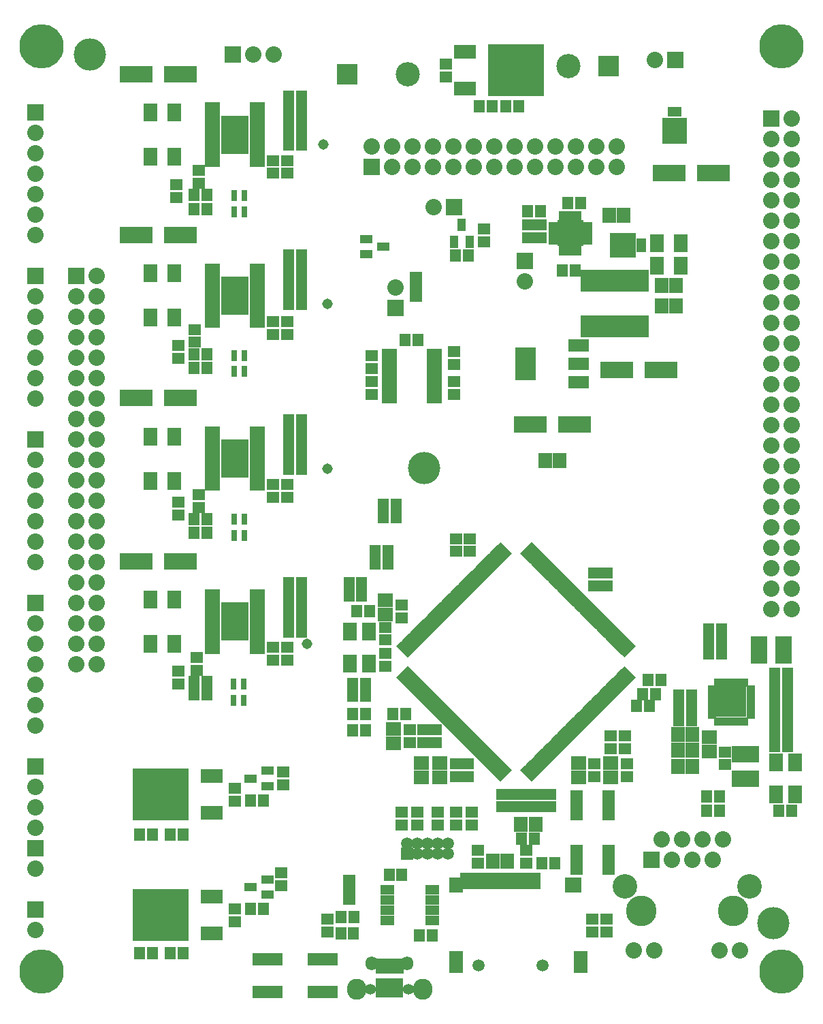
<source format=gts>
G04 (created by PCBNEW (2013-05-18 BZR 4017)-stable) date Fri 12 Dec 2014 16:28:56 GMT*
%MOIN*%
G04 Gerber Fmt 3.4, Leading zero omitted, Abs format*
%FSLAX34Y34*%
G01*
G70*
G90*
G04 APERTURE LIST*
%ADD10C,0.00590551*%
%ADD11C,0.2169*%
%ADD12R,0.08X0.08*%
%ADD13C,0.08*%
%ADD14R,0.0779X0.0365*%
%ADD15R,0.1381X0.1901*%
%ADD16R,0.0594X0.146*%
%ADD17R,0.146X0.0594*%
%ADD18R,0.0594X0.0436*%
%ADD19R,0.0436X0.0594*%
%ADD20R,0.1X0.164*%
%ADD21R,0.1X0.06*%
%ADD22R,0.1617X0.083*%
%ADD23R,0.0574X0.0594*%
%ADD24R,0.0594X0.0574*%
%ADD25R,0.0653X0.0909*%
%ADD26R,0.0653X0.0771*%
%ADD27R,0.0771X0.0653*%
%ADD28R,0.1106X0.0712*%
%ADD29R,0.2759X0.2523*%
%ADD30R,0.0987X0.0987*%
%ADD31C,0.1184*%
%ADD32R,0.1342X0.0791*%
%ADD33R,0.0791X0.1342*%
%ADD34R,0.0594X0.0594*%
%ADD35C,0.0594*%
%ADD36R,0.0633X0.0987*%
%ADD37R,0.0633X0.0515*%
%ADD38R,0.0672X0.1066*%
%ADD39R,0.0672X0.0751*%
%ADD40R,0.083X0.0751*%
%ADD41R,0.0476X0.083*%
%ADD42R,0.07X0.045*%
%ADD43R,0.0298X0.0436*%
%ADD44R,0.0436X0.0298*%
%ADD45R,0.1499X0.1499*%
%ADD46R,0.1263X0.1263*%
%ADD47R,0.0338X0.0574*%
%ADD48R,0.0574X0.0338*%
%ADD49R,0.12X0.1251*%
%ADD50R,0.07X0.05*%
%ADD51R,0.1251X0.12*%
%ADD52R,0.05X0.07*%
%ADD53R,0.335X0.1066*%
%ADD54R,0.1342X0.0948*%
%ADD55O,0.0594X0.0692*%
%ADD56R,0.0357X0.0731*%
%ADD57O,0.0948X0.1027*%
%ADD58C,0.0535*%
%ADD59C,0.1499*%
%ADD60C,0.12*%
%ADD61R,0.0672X0.0909*%
%ADD62C,0.0515*%
%ADD63C,0.1576*%
%ADD64R,0.029X0.054*%
G04 APERTURE END LIST*
G54D10*
G54D11*
X37795Y46850D03*
G54D12*
X10935Y46430D03*
G54D13*
X11935Y46430D03*
X12935Y46430D03*
G54D14*
X12124Y34515D03*
X12124Y34771D03*
X12124Y35027D03*
X12124Y35283D03*
X9922Y33751D03*
X12124Y33747D03*
X12124Y34003D03*
X12124Y34259D03*
X9920Y35539D03*
X9920Y35283D03*
X9920Y35027D03*
X9920Y34771D03*
X9920Y34515D03*
X9920Y34259D03*
X12124Y35539D03*
X9922Y34003D03*
X12124Y33491D03*
X12124Y35795D03*
X9920Y35795D03*
X9920Y33491D03*
X12124Y33236D03*
X12124Y36050D03*
X9920Y36050D03*
X9920Y33236D03*
G54D15*
X11022Y34643D03*
G54D14*
X12123Y26542D03*
X12123Y26798D03*
X12123Y27054D03*
X12123Y27310D03*
X9921Y25778D03*
X12123Y25774D03*
X12123Y26030D03*
X12123Y26286D03*
X9919Y27566D03*
X9919Y27310D03*
X9919Y27054D03*
X9919Y26798D03*
X9919Y26542D03*
X9919Y26286D03*
X12123Y27566D03*
X9921Y26030D03*
X12123Y25518D03*
X12123Y27822D03*
X9919Y27822D03*
X9919Y25518D03*
X12123Y25263D03*
X12123Y28077D03*
X9919Y28077D03*
X9919Y25263D03*
G54D15*
X11021Y26670D03*
G54D14*
X12123Y18571D03*
X12123Y18827D03*
X12123Y19083D03*
X12123Y19339D03*
X9921Y17807D03*
X12123Y17803D03*
X12123Y18059D03*
X12123Y18315D03*
X9919Y19595D03*
X9919Y19339D03*
X9919Y19083D03*
X9919Y18827D03*
X9919Y18571D03*
X9919Y18315D03*
X12123Y19595D03*
X9921Y18059D03*
X12123Y17547D03*
X12123Y19851D03*
X9919Y19851D03*
X9919Y17547D03*
X12123Y17292D03*
X12123Y20106D03*
X9919Y20106D03*
X9919Y17292D03*
G54D15*
X11021Y18699D03*
G54D14*
X12125Y42391D03*
X12125Y42647D03*
X12125Y42903D03*
X12125Y43159D03*
X9923Y41627D03*
X12125Y41623D03*
X12125Y41879D03*
X12125Y42135D03*
X9921Y43415D03*
X9921Y43159D03*
X9921Y42903D03*
X9921Y42647D03*
X9921Y42391D03*
X9921Y42135D03*
X12125Y43415D03*
X9923Y41879D03*
X12125Y41367D03*
X12125Y43671D03*
X9921Y43671D03*
X9921Y41367D03*
X12125Y41112D03*
X12125Y43926D03*
X9921Y43926D03*
X9921Y41112D03*
G54D15*
X11023Y42519D03*
G54D14*
X18583Y30837D03*
X18583Y30581D03*
X18583Y30325D03*
X18583Y30069D03*
X20785Y31601D03*
X18583Y31605D03*
X18583Y31349D03*
X18583Y31093D03*
X20787Y29813D03*
X20787Y30069D03*
X20787Y30325D03*
X20787Y30581D03*
X20787Y30837D03*
X20787Y31093D03*
X18583Y29813D03*
X20785Y31349D03*
X18583Y31861D03*
X18583Y29557D03*
X20787Y29557D03*
X20787Y31861D03*
G54D16*
X29330Y7027D03*
X29330Y9705D03*
X27756Y9705D03*
X27756Y7027D03*
G54D17*
X12637Y591D03*
X15315Y591D03*
X15315Y2165D03*
X12637Y2165D03*
G54D18*
X12621Y5334D03*
X11789Y5709D03*
X12621Y6084D03*
X12621Y10649D03*
X11789Y11024D03*
X12621Y11399D03*
G54D19*
X21771Y37281D03*
X22146Y38113D03*
X22521Y37281D03*
G54D20*
X25276Y31300D03*
G54D21*
X27876Y31300D03*
X27876Y32200D03*
X27876Y30400D03*
G54D22*
X25492Y28347D03*
X27658Y28347D03*
X8367Y45472D03*
X6201Y45472D03*
X8367Y21654D03*
X6201Y21654D03*
X8367Y37598D03*
X6201Y37598D03*
X8367Y29626D03*
X6201Y29626D03*
X32283Y40650D03*
X34449Y40650D03*
G54D23*
X34232Y18307D03*
X34862Y18307D03*
X38109Y16142D03*
X37479Y16142D03*
X38109Y15551D03*
X37479Y15551D03*
X34232Y17717D03*
X34862Y17717D03*
X34232Y17126D03*
X34862Y17126D03*
X38109Y14370D03*
X37479Y14370D03*
X38109Y14961D03*
X37479Y14961D03*
X32755Y14469D03*
X33385Y14469D03*
X32755Y15059D03*
X33385Y15059D03*
X37479Y13189D03*
X38109Y13189D03*
G54D24*
X23228Y37283D03*
X23228Y37913D03*
X21358Y45984D03*
X21358Y45354D03*
X11023Y9921D03*
X11023Y10551D03*
X17717Y29803D03*
X17717Y30433D03*
X19193Y9370D03*
X19193Y8740D03*
G54D23*
X18917Y23819D03*
X18287Y23819D03*
G54D24*
X15552Y3524D03*
X15552Y4154D03*
G54D23*
X16811Y14173D03*
X17441Y14173D03*
X16811Y13386D03*
X17441Y13386D03*
X38110Y13780D03*
X37480Y13780D03*
X32755Y13878D03*
X33385Y13878D03*
G54D24*
X28543Y4154D03*
X28543Y3524D03*
X29232Y3524D03*
X29232Y4154D03*
G54D23*
X12422Y9942D03*
X11792Y9942D03*
X12421Y4626D03*
X11791Y4626D03*
G54D24*
X11026Y4017D03*
X11026Y4647D03*
X17717Y31713D03*
X17717Y31083D03*
G54D23*
X18524Y21555D03*
X17894Y21555D03*
G54D24*
X29429Y12480D03*
X29429Y13110D03*
G54D23*
X17244Y19980D03*
X16614Y19980D03*
X37677Y9449D03*
X38307Y9449D03*
X38110Y12598D03*
X37480Y12598D03*
X34134Y10138D03*
X34764Y10138D03*
X34134Y9449D03*
X34764Y9449D03*
X18524Y22146D03*
X17894Y22146D03*
X18917Y24409D03*
X18287Y24409D03*
G54D24*
X30118Y12480D03*
X30118Y13110D03*
G54D23*
X17244Y20571D03*
X16614Y20571D03*
G54D24*
X8268Y31575D03*
X8268Y32205D03*
G54D23*
X14291Y35433D03*
X13661Y35433D03*
X13662Y34839D03*
X14292Y34839D03*
X17441Y15650D03*
X16811Y15650D03*
X13661Y34252D03*
X14291Y34252D03*
G54D24*
X13583Y33382D03*
X13583Y32752D03*
G54D23*
X13661Y36024D03*
X14291Y36024D03*
G54D24*
X12894Y32752D03*
X12894Y33382D03*
X8268Y15630D03*
X8268Y16260D03*
G54D23*
X14291Y19390D03*
X13661Y19390D03*
X13660Y18796D03*
X14290Y18796D03*
G54D24*
X19980Y9370D03*
X19980Y8740D03*
G54D23*
X13661Y18209D03*
X14291Y18209D03*
G54D24*
X13581Y17438D03*
X13581Y16808D03*
G54D23*
X13661Y19980D03*
X14291Y19980D03*
G54D24*
X12892Y16808D03*
X12892Y17438D03*
X8169Y39449D03*
X8169Y40079D03*
G54D23*
X14291Y43209D03*
X13661Y43209D03*
X13663Y42617D03*
X14293Y42617D03*
X13661Y42028D03*
X14291Y42028D03*
G54D24*
X13584Y41258D03*
X13584Y40628D03*
G54D23*
X13661Y43799D03*
X14291Y43799D03*
G54D24*
X12895Y40628D03*
X12895Y41258D03*
X8268Y23898D03*
X8268Y24528D03*
G54D23*
X14291Y27362D03*
X13661Y27362D03*
X13661Y26768D03*
X14291Y26768D03*
X13661Y26181D03*
X14291Y26181D03*
G54D24*
X13582Y25410D03*
X13582Y24780D03*
G54D23*
X13661Y27953D03*
X14291Y27953D03*
G54D24*
X12893Y24780D03*
X12893Y25410D03*
X20965Y9370D03*
X20965Y8740D03*
G54D25*
X8071Y41437D03*
X6889Y41437D03*
G54D26*
X32716Y12402D03*
X33424Y12402D03*
X32716Y13189D03*
X33424Y13189D03*
G54D23*
X16221Y3445D03*
X16836Y3445D03*
G54D27*
X34252Y13052D03*
X34252Y12344D03*
G54D26*
X26221Y26575D03*
X26929Y26575D03*
G54D25*
X8071Y25591D03*
X6889Y25591D03*
X8071Y27756D03*
X6889Y27756D03*
X8071Y43602D03*
X6889Y43602D03*
X8071Y33563D03*
X6889Y33563D03*
X8071Y17618D03*
X6889Y17618D03*
X8071Y35728D03*
X6889Y35728D03*
X8071Y19783D03*
X6889Y19783D03*
G54D24*
X21753Y31279D03*
X21753Y31909D03*
G54D28*
X9884Y3431D03*
G54D29*
X7384Y4331D03*
G54D28*
X9884Y5231D03*
X9882Y9336D03*
G54D29*
X7382Y10236D03*
G54D28*
X9882Y11136D03*
X22303Y46569D03*
G54D29*
X24803Y45669D03*
G54D28*
X22303Y44769D03*
G54D30*
X16536Y45472D03*
G54D31*
X19488Y45472D03*
G54D30*
X29330Y45866D03*
G54D31*
X27362Y45866D03*
G54D23*
X7008Y8268D03*
X6378Y8268D03*
X7008Y2461D03*
X6378Y2461D03*
X23642Y43898D03*
X23012Y43898D03*
X8485Y2461D03*
X7870Y2461D03*
X8484Y8268D03*
X7869Y8268D03*
X24921Y43898D03*
X24306Y43898D03*
G54D12*
X1250Y43625D03*
G54D13*
X1250Y42625D03*
X1250Y41625D03*
X1250Y40625D03*
X1250Y39625D03*
X1250Y38625D03*
X1250Y37625D03*
G54D12*
X1250Y35625D03*
G54D13*
X1250Y34625D03*
X1250Y33625D03*
X1250Y32625D03*
X1250Y31625D03*
X1250Y30625D03*
X1250Y29625D03*
G54D12*
X1250Y27625D03*
G54D13*
X1250Y26625D03*
X1250Y25625D03*
X1250Y24625D03*
X1250Y23625D03*
X1250Y22625D03*
X1250Y21625D03*
G54D12*
X1250Y19625D03*
G54D13*
X1250Y18625D03*
X1250Y17625D03*
X1250Y16625D03*
X1250Y15625D03*
X1250Y14625D03*
X1250Y13625D03*
G54D12*
X1250Y11625D03*
G54D13*
X1250Y10625D03*
X1250Y9625D03*
X1250Y8625D03*
G54D12*
X32587Y46161D03*
G54D13*
X31587Y46161D03*
G54D12*
X1250Y7625D03*
G54D13*
X1250Y6625D03*
G54D12*
X1250Y4625D03*
G54D13*
X1250Y3625D03*
G54D24*
X21753Y30432D03*
X21753Y29802D03*
X35039Y12323D03*
X35039Y11693D03*
G54D32*
X36024Y12205D03*
X36024Y11023D03*
G54D33*
X36712Y17323D03*
X37894Y17323D03*
G54D26*
X33425Y11614D03*
X32717Y11614D03*
G54D23*
X9665Y31791D03*
X9035Y31791D03*
X9665Y39567D03*
X9035Y39567D03*
X9665Y15748D03*
X9035Y15748D03*
X9665Y23720D03*
X9035Y23720D03*
X9035Y31102D03*
X9650Y31102D03*
X9035Y38878D03*
X9650Y38878D03*
X9035Y15157D03*
X9650Y15157D03*
X9035Y23031D03*
X9650Y23031D03*
X13661Y28543D03*
X14291Y28543D03*
X13661Y44390D03*
X14291Y44390D03*
X13661Y36614D03*
X14291Y36614D03*
X13661Y20571D03*
X14291Y20571D03*
G54D26*
X24370Y6988D03*
X23662Y6988D03*
G54D34*
X19472Y7329D03*
G54D35*
X19472Y7829D03*
X19972Y7329D03*
X19972Y7829D03*
X20472Y7329D03*
X20472Y7829D03*
X20972Y7329D03*
X20972Y7829D03*
X21472Y7329D03*
X21472Y7829D03*
G54D12*
X21760Y38976D03*
G54D13*
X20760Y38976D03*
G54D36*
X16634Y5807D03*
G54D37*
X16634Y5059D03*
G54D35*
X22961Y1870D03*
X26103Y1870D03*
G54D38*
X21851Y2027D03*
X27953Y2027D03*
G54D39*
X21851Y5807D03*
G54D40*
X27599Y5807D03*
G54D41*
X25768Y6004D03*
X25335Y6004D03*
X24902Y6004D03*
X24469Y6004D03*
X24036Y6004D03*
X23603Y6004D03*
X23170Y6004D03*
X22737Y6004D03*
X22304Y6004D03*
G54D24*
X30217Y11102D03*
X30217Y11732D03*
X28642Y11102D03*
X28642Y11732D03*
G54D23*
X17008Y19193D03*
X17638Y19193D03*
G54D24*
X26476Y10256D03*
X26476Y9626D03*
G54D23*
X25079Y8071D03*
X25709Y8071D03*
G54D24*
X19587Y13406D03*
X19587Y12776D03*
G54D10*
G36*
X24374Y21812D02*
X23815Y22372D01*
X24034Y22591D01*
X24594Y22032D01*
X24374Y21812D01*
X24374Y21812D01*
G37*
G36*
X24235Y21673D02*
X23676Y22232D01*
X23895Y22452D01*
X24454Y21892D01*
X24235Y21673D01*
X24235Y21673D01*
G37*
G36*
X24096Y21534D02*
X23536Y22093D01*
X23756Y22312D01*
X24315Y21753D01*
X24096Y21534D01*
X24096Y21534D01*
G37*
G36*
X23956Y21395D02*
X23397Y21954D01*
X23616Y22173D01*
X24176Y21614D01*
X23956Y21395D01*
X23956Y21395D01*
G37*
G36*
X23817Y21255D02*
X23258Y21815D01*
X23477Y22034D01*
X24036Y21474D01*
X23817Y21255D01*
X23817Y21255D01*
G37*
G36*
X23679Y21117D02*
X23119Y21676D01*
X23338Y21895D01*
X23898Y21336D01*
X23679Y21117D01*
X23679Y21117D01*
G37*
G36*
X23539Y20977D02*
X22980Y21537D01*
X23199Y21756D01*
X23758Y21197D01*
X23539Y20977D01*
X23539Y20977D01*
G37*
G36*
X23400Y20838D02*
X22841Y21397D01*
X23060Y21617D01*
X23619Y21057D01*
X23400Y20838D01*
X23400Y20838D01*
G37*
G36*
X23261Y20699D02*
X22701Y21258D01*
X22921Y21477D01*
X23480Y20918D01*
X23261Y20699D01*
X23261Y20699D01*
G37*
G36*
X23121Y20559D02*
X22562Y21119D01*
X22781Y21338D01*
X23341Y20779D01*
X23121Y20559D01*
X23121Y20559D01*
G37*
G36*
X22982Y20420D02*
X22423Y20979D01*
X22642Y21199D01*
X23201Y20639D01*
X22982Y20420D01*
X22982Y20420D01*
G37*
G36*
X22843Y20282D02*
X22284Y20841D01*
X22503Y21060D01*
X23063Y20501D01*
X22843Y20282D01*
X22843Y20282D01*
G37*
G36*
X22704Y20142D02*
X22145Y20702D01*
X22364Y20921D01*
X22923Y20361D01*
X22704Y20142D01*
X22704Y20142D01*
G37*
G36*
X22565Y20003D02*
X22006Y20562D01*
X22225Y20781D01*
X22784Y20222D01*
X22565Y20003D01*
X22565Y20003D01*
G37*
G36*
X22426Y19864D02*
X21866Y20423D01*
X22085Y20642D01*
X22645Y20083D01*
X22426Y19864D01*
X22426Y19864D01*
G37*
G36*
X22286Y19724D02*
X21727Y20284D01*
X21946Y20503D01*
X22505Y19944D01*
X22286Y19724D01*
X22286Y19724D01*
G37*
G36*
X22147Y19585D02*
X21588Y20144D01*
X21807Y20364D01*
X22366Y19804D01*
X22147Y19585D01*
X22147Y19585D01*
G37*
G36*
X22008Y19446D02*
X21448Y20005D01*
X21668Y20224D01*
X22227Y19665D01*
X22008Y19446D01*
X22008Y19446D01*
G37*
G36*
X21869Y19307D02*
X21310Y19866D01*
X21529Y20086D01*
X22088Y19526D01*
X21869Y19307D01*
X21869Y19307D01*
G37*
G36*
X21730Y19168D02*
X21170Y19727D01*
X21390Y19946D01*
X21949Y19387D01*
X21730Y19168D01*
X21730Y19168D01*
G37*
G36*
X21590Y19029D02*
X21031Y19588D01*
X21250Y19807D01*
X21810Y19248D01*
X21590Y19029D01*
X21590Y19029D01*
G37*
G36*
X21451Y18889D02*
X20892Y19449D01*
X21111Y19668D01*
X21670Y19108D01*
X21451Y18889D01*
X21451Y18889D01*
G37*
G36*
X21312Y18750D02*
X20753Y19309D01*
X20972Y19528D01*
X21531Y18969D01*
X21312Y18750D01*
X21312Y18750D01*
G37*
G36*
X21173Y18611D02*
X20613Y19170D01*
X20832Y19389D01*
X21392Y18830D01*
X21173Y18611D01*
X21173Y18611D01*
G37*
G36*
X21033Y18471D02*
X20474Y19031D01*
X20693Y19250D01*
X21252Y18691D01*
X21033Y18471D01*
X21033Y18471D01*
G37*
G36*
X20895Y18333D02*
X20335Y18892D01*
X20555Y19111D01*
X21114Y18552D01*
X20895Y18333D01*
X20895Y18333D01*
G37*
G36*
X20755Y18193D02*
X20196Y18753D01*
X20415Y18972D01*
X20975Y18413D01*
X20755Y18193D01*
X20755Y18193D01*
G37*
G36*
X20616Y18054D02*
X20057Y18613D01*
X20276Y18833D01*
X20835Y18273D01*
X20616Y18054D01*
X20616Y18054D01*
G37*
G36*
X20477Y17915D02*
X19917Y18474D01*
X20137Y18693D01*
X20696Y18134D01*
X20477Y17915D01*
X20477Y17915D01*
G37*
G36*
X20337Y17776D02*
X19778Y18335D01*
X19997Y18554D01*
X20557Y17995D01*
X20337Y17776D01*
X20337Y17776D01*
G37*
G36*
X20198Y17636D02*
X19639Y18196D01*
X19858Y18415D01*
X20417Y17855D01*
X20198Y17636D01*
X20198Y17636D01*
G37*
G36*
X20060Y17498D02*
X19500Y18057D01*
X19719Y18276D01*
X20279Y17717D01*
X20060Y17498D01*
X20060Y17498D01*
G37*
G36*
X19920Y17358D02*
X19361Y17918D01*
X19580Y18137D01*
X20139Y17578D01*
X19920Y17358D01*
X19920Y17358D01*
G37*
G36*
X19781Y17219D02*
X19222Y17778D01*
X19441Y17998D01*
X20000Y17438D01*
X19781Y17219D01*
X19781Y17219D01*
G37*
G36*
X19642Y17080D02*
X19082Y17639D01*
X19302Y17858D01*
X19861Y17299D01*
X19642Y17080D01*
X19642Y17080D01*
G37*
G36*
X19502Y16940D02*
X18943Y17500D01*
X19162Y17719D01*
X19722Y17160D01*
X19502Y16940D01*
X19502Y16940D01*
G37*
G36*
X25571Y10872D02*
X25011Y11431D01*
X25231Y11651D01*
X25790Y11091D01*
X25571Y10872D01*
X25571Y10872D01*
G37*
G36*
X25710Y11011D02*
X25151Y11571D01*
X25370Y11790D01*
X25929Y11231D01*
X25710Y11011D01*
X25710Y11011D01*
G37*
G36*
X25849Y11151D02*
X25290Y11710D01*
X25509Y11929D01*
X26069Y11370D01*
X25849Y11151D01*
X25849Y11151D01*
G37*
G36*
X25989Y11290D02*
X25429Y11849D01*
X25649Y12068D01*
X26208Y11509D01*
X25989Y11290D01*
X25989Y11290D01*
G37*
G36*
X26128Y11429D02*
X25569Y11989D01*
X25788Y12208D01*
X26347Y11648D01*
X26128Y11429D01*
X26128Y11429D01*
G37*
G36*
X26267Y11568D02*
X25707Y12127D01*
X25926Y12346D01*
X26486Y11787D01*
X26267Y11568D01*
X26267Y11568D01*
G37*
G36*
X26406Y11707D02*
X25847Y12266D01*
X26066Y12486D01*
X26625Y11926D01*
X26406Y11707D01*
X26406Y11707D01*
G37*
G36*
X26545Y11846D02*
X25986Y12406D01*
X26205Y12625D01*
X26764Y12066D01*
X26545Y11846D01*
X26545Y11846D01*
G37*
G36*
X26684Y11986D02*
X26125Y12545D01*
X26344Y12764D01*
X26904Y12205D01*
X26684Y11986D01*
X26684Y11986D01*
G37*
G36*
X26824Y12125D02*
X26264Y12684D01*
X26484Y12904D01*
X27043Y12344D01*
X26824Y12125D01*
X26824Y12125D01*
G37*
G36*
X26963Y12264D02*
X26404Y12824D01*
X26623Y13043D01*
X27182Y12484D01*
X26963Y12264D01*
X26963Y12264D01*
G37*
G36*
X27102Y12403D02*
X26542Y12962D01*
X26762Y13181D01*
X27321Y12622D01*
X27102Y12403D01*
X27102Y12403D01*
G37*
G36*
X27241Y12542D02*
X26682Y13102D01*
X26901Y13321D01*
X27460Y12761D01*
X27241Y12542D01*
X27241Y12542D01*
G37*
G36*
X27380Y12682D02*
X26821Y13241D01*
X27040Y13460D01*
X27599Y12901D01*
X27380Y12682D01*
X27380Y12682D01*
G37*
G36*
X27520Y12821D02*
X26960Y13380D01*
X27179Y13599D01*
X27739Y13040D01*
X27520Y12821D01*
X27520Y12821D01*
G37*
G36*
X27659Y12960D02*
X27100Y13519D01*
X27319Y13739D01*
X27878Y13179D01*
X27659Y12960D01*
X27659Y12960D01*
G37*
G36*
X27798Y13099D02*
X27239Y13659D01*
X27458Y13878D01*
X28017Y13319D01*
X27798Y13099D01*
X27798Y13099D01*
G37*
G36*
X27937Y13239D02*
X27378Y13798D01*
X27597Y14017D01*
X28157Y13458D01*
X27937Y13239D01*
X27937Y13239D01*
G37*
G36*
X28076Y13377D02*
X27517Y13937D01*
X27736Y14156D01*
X28295Y13597D01*
X28076Y13377D01*
X28076Y13377D01*
G37*
G36*
X28215Y13517D02*
X27656Y14076D01*
X27875Y14295D01*
X28435Y13736D01*
X28215Y13517D01*
X28215Y13517D01*
G37*
G36*
X28355Y13656D02*
X27795Y14215D01*
X28015Y14434D01*
X28574Y13875D01*
X28355Y13656D01*
X28355Y13656D01*
G37*
G36*
X28494Y13795D02*
X27935Y14355D01*
X28154Y14574D01*
X28713Y14014D01*
X28494Y13795D01*
X28494Y13795D01*
G37*
G36*
X28633Y13935D02*
X28074Y14494D01*
X28293Y14713D01*
X28852Y14154D01*
X28633Y13935D01*
X28633Y13935D01*
G37*
G36*
X28773Y14074D02*
X28213Y14633D01*
X28432Y14852D01*
X28992Y14293D01*
X28773Y14074D01*
X28773Y14074D01*
G37*
G36*
X28912Y14213D02*
X28353Y14772D01*
X28572Y14992D01*
X29131Y14432D01*
X28912Y14213D01*
X28912Y14213D01*
G37*
G36*
X29050Y14352D02*
X28491Y14911D01*
X28710Y15130D01*
X29270Y14571D01*
X29050Y14352D01*
X29050Y14352D01*
G37*
G36*
X29190Y14491D02*
X28630Y15050D01*
X28850Y15270D01*
X29409Y14710D01*
X29190Y14491D01*
X29190Y14491D01*
G37*
G36*
X29329Y14630D02*
X28770Y15190D01*
X28989Y15409D01*
X29548Y14850D01*
X29329Y14630D01*
X29329Y14630D01*
G37*
G36*
X29468Y14770D02*
X28909Y15329D01*
X29128Y15548D01*
X29688Y14989D01*
X29468Y14770D01*
X29468Y14770D01*
G37*
G36*
X29608Y14909D02*
X29048Y15468D01*
X29268Y15687D01*
X29827Y15128D01*
X29608Y14909D01*
X29608Y14909D01*
G37*
G36*
X29747Y15048D02*
X29188Y15608D01*
X29407Y15827D01*
X29966Y15267D01*
X29747Y15048D01*
X29747Y15048D01*
G37*
G36*
X29886Y15187D02*
X29326Y15746D01*
X29545Y15965D01*
X30105Y15406D01*
X29886Y15187D01*
X29886Y15187D01*
G37*
G36*
X30025Y15326D02*
X29466Y15885D01*
X29685Y16105D01*
X30244Y15545D01*
X30025Y15326D01*
X30025Y15326D01*
G37*
G36*
X30164Y15465D02*
X29605Y16025D01*
X29824Y16244D01*
X30383Y15685D01*
X30164Y15465D01*
X30164Y15465D01*
G37*
G36*
X30303Y15605D02*
X29744Y16164D01*
X29963Y16383D01*
X30523Y15824D01*
X30303Y15605D01*
X30303Y15605D01*
G37*
G36*
X30443Y15744D02*
X29883Y16303D01*
X30103Y16523D01*
X30662Y15963D01*
X30443Y15744D01*
X30443Y15744D01*
G37*
G36*
X19162Y15744D02*
X18943Y15963D01*
X19502Y16523D01*
X19722Y16303D01*
X19162Y15744D01*
X19162Y15744D01*
G37*
G36*
X19302Y15605D02*
X19082Y15824D01*
X19642Y16383D01*
X19861Y16164D01*
X19302Y15605D01*
X19302Y15605D01*
G37*
G36*
X19441Y15465D02*
X19222Y15685D01*
X19781Y16244D01*
X20000Y16025D01*
X19441Y15465D01*
X19441Y15465D01*
G37*
G36*
X19580Y15326D02*
X19361Y15545D01*
X19920Y16105D01*
X20139Y15885D01*
X19580Y15326D01*
X19580Y15326D01*
G37*
G36*
X19719Y15187D02*
X19500Y15406D01*
X20060Y15965D01*
X20279Y15746D01*
X19719Y15187D01*
X19719Y15187D01*
G37*
G36*
X19858Y15048D02*
X19639Y15267D01*
X20198Y15827D01*
X20417Y15608D01*
X19858Y15048D01*
X19858Y15048D01*
G37*
G36*
X19997Y14909D02*
X19778Y15128D01*
X20337Y15687D01*
X20557Y15468D01*
X19997Y14909D01*
X19997Y14909D01*
G37*
G36*
X20137Y14770D02*
X19917Y14989D01*
X20477Y15548D01*
X20696Y15329D01*
X20137Y14770D01*
X20137Y14770D01*
G37*
G36*
X20276Y14630D02*
X20057Y14850D01*
X20616Y15409D01*
X20835Y15190D01*
X20276Y14630D01*
X20276Y14630D01*
G37*
G36*
X20415Y14491D02*
X20196Y14710D01*
X20755Y15270D01*
X20975Y15050D01*
X20415Y14491D01*
X20415Y14491D01*
G37*
G36*
X20555Y14352D02*
X20335Y14571D01*
X20895Y15130D01*
X21114Y14911D01*
X20555Y14352D01*
X20555Y14352D01*
G37*
G36*
X20693Y14213D02*
X20474Y14432D01*
X21033Y14992D01*
X21252Y14772D01*
X20693Y14213D01*
X20693Y14213D01*
G37*
G36*
X20832Y14074D02*
X20613Y14293D01*
X21173Y14852D01*
X21392Y14633D01*
X20832Y14074D01*
X20832Y14074D01*
G37*
G36*
X20972Y13935D02*
X20753Y14154D01*
X21312Y14713D01*
X21531Y14494D01*
X20972Y13935D01*
X20972Y13935D01*
G37*
G36*
X21111Y13795D02*
X20892Y14014D01*
X21451Y14574D01*
X21670Y14355D01*
X21111Y13795D01*
X21111Y13795D01*
G37*
G36*
X21250Y13656D02*
X21031Y13875D01*
X21590Y14434D01*
X21810Y14215D01*
X21250Y13656D01*
X21250Y13656D01*
G37*
G36*
X21390Y13517D02*
X21170Y13736D01*
X21730Y14295D01*
X21949Y14076D01*
X21390Y13517D01*
X21390Y13517D01*
G37*
G36*
X21529Y13377D02*
X21310Y13597D01*
X21869Y14156D01*
X22088Y13937D01*
X21529Y13377D01*
X21529Y13377D01*
G37*
G36*
X21668Y13239D02*
X21448Y13458D01*
X22008Y14017D01*
X22227Y13798D01*
X21668Y13239D01*
X21668Y13239D01*
G37*
G36*
X21807Y13099D02*
X21588Y13319D01*
X22147Y13878D01*
X22366Y13659D01*
X21807Y13099D01*
X21807Y13099D01*
G37*
G36*
X21946Y12960D02*
X21727Y13179D01*
X22286Y13739D01*
X22505Y13519D01*
X21946Y12960D01*
X21946Y12960D01*
G37*
G36*
X22085Y12821D02*
X21866Y13040D01*
X22426Y13599D01*
X22645Y13380D01*
X22085Y12821D01*
X22085Y12821D01*
G37*
G36*
X22225Y12682D02*
X22006Y12901D01*
X22565Y13460D01*
X22784Y13241D01*
X22225Y12682D01*
X22225Y12682D01*
G37*
G36*
X22364Y12542D02*
X22145Y12761D01*
X22704Y13321D01*
X22923Y13102D01*
X22364Y12542D01*
X22364Y12542D01*
G37*
G36*
X22503Y12403D02*
X22284Y12622D01*
X22843Y13181D01*
X23063Y12962D01*
X22503Y12403D01*
X22503Y12403D01*
G37*
G36*
X22642Y12264D02*
X22423Y12484D01*
X22982Y13043D01*
X23201Y12824D01*
X22642Y12264D01*
X22642Y12264D01*
G37*
G36*
X22781Y12125D02*
X22562Y12344D01*
X23121Y12904D01*
X23341Y12684D01*
X22781Y12125D01*
X22781Y12125D01*
G37*
G36*
X22921Y11986D02*
X22701Y12205D01*
X23261Y12764D01*
X23480Y12545D01*
X22921Y11986D01*
X22921Y11986D01*
G37*
G36*
X23060Y11846D02*
X22841Y12066D01*
X23400Y12625D01*
X23619Y12406D01*
X23060Y11846D01*
X23060Y11846D01*
G37*
G36*
X23199Y11707D02*
X22980Y11926D01*
X23539Y12486D01*
X23758Y12266D01*
X23199Y11707D01*
X23199Y11707D01*
G37*
G36*
X23338Y11568D02*
X23119Y11787D01*
X23679Y12346D01*
X23898Y12127D01*
X23338Y11568D01*
X23338Y11568D01*
G37*
G36*
X23477Y11429D02*
X23258Y11648D01*
X23817Y12208D01*
X24036Y11989D01*
X23477Y11429D01*
X23477Y11429D01*
G37*
G36*
X23616Y11290D02*
X23397Y11509D01*
X23956Y12068D01*
X24176Y11849D01*
X23616Y11290D01*
X23616Y11290D01*
G37*
G36*
X23756Y11151D02*
X23536Y11370D01*
X24096Y11929D01*
X24315Y11710D01*
X23756Y11151D01*
X23756Y11151D01*
G37*
G36*
X23895Y11011D02*
X23676Y11231D01*
X24235Y11790D01*
X24454Y11571D01*
X23895Y11011D01*
X23895Y11011D01*
G37*
G36*
X24034Y10872D02*
X23815Y11091D01*
X24374Y11651D01*
X24594Y11431D01*
X24034Y10872D01*
X24034Y10872D01*
G37*
G36*
X30103Y16940D02*
X29883Y17160D01*
X30443Y17719D01*
X30662Y17500D01*
X30103Y16940D01*
X30103Y16940D01*
G37*
G36*
X29963Y17080D02*
X29744Y17299D01*
X30303Y17858D01*
X30523Y17639D01*
X29963Y17080D01*
X29963Y17080D01*
G37*
G36*
X29824Y17219D02*
X29605Y17438D01*
X30164Y17998D01*
X30383Y17778D01*
X29824Y17219D01*
X29824Y17219D01*
G37*
G36*
X29685Y17358D02*
X29466Y17578D01*
X30025Y18137D01*
X30244Y17918D01*
X29685Y17358D01*
X29685Y17358D01*
G37*
G36*
X29545Y17498D02*
X29326Y17717D01*
X29886Y18276D01*
X30105Y18057D01*
X29545Y17498D01*
X29545Y17498D01*
G37*
G36*
X29407Y17636D02*
X29188Y17855D01*
X29747Y18415D01*
X29966Y18196D01*
X29407Y17636D01*
X29407Y17636D01*
G37*
G36*
X29268Y17776D02*
X29048Y17995D01*
X29608Y18554D01*
X29827Y18335D01*
X29268Y17776D01*
X29268Y17776D01*
G37*
G36*
X29128Y17915D02*
X28909Y18134D01*
X29468Y18693D01*
X29688Y18474D01*
X29128Y17915D01*
X29128Y17915D01*
G37*
G36*
X28989Y18054D02*
X28770Y18273D01*
X29329Y18833D01*
X29548Y18613D01*
X28989Y18054D01*
X28989Y18054D01*
G37*
G36*
X28850Y18193D02*
X28630Y18413D01*
X29190Y18972D01*
X29409Y18753D01*
X28850Y18193D01*
X28850Y18193D01*
G37*
G36*
X28710Y18333D02*
X28491Y18552D01*
X29050Y19111D01*
X29270Y18892D01*
X28710Y18333D01*
X28710Y18333D01*
G37*
G36*
X28572Y18471D02*
X28353Y18691D01*
X28912Y19250D01*
X29131Y19031D01*
X28572Y18471D01*
X28572Y18471D01*
G37*
G36*
X28432Y18611D02*
X28213Y18830D01*
X28773Y19389D01*
X28992Y19170D01*
X28432Y18611D01*
X28432Y18611D01*
G37*
G36*
X28293Y18750D02*
X28074Y18969D01*
X28633Y19528D01*
X28852Y19309D01*
X28293Y18750D01*
X28293Y18750D01*
G37*
G36*
X28154Y18889D02*
X27935Y19108D01*
X28494Y19668D01*
X28713Y19449D01*
X28154Y18889D01*
X28154Y18889D01*
G37*
G36*
X28015Y19029D02*
X27795Y19248D01*
X28355Y19807D01*
X28574Y19588D01*
X28015Y19029D01*
X28015Y19029D01*
G37*
G36*
X27875Y19168D02*
X27656Y19387D01*
X28215Y19946D01*
X28435Y19727D01*
X27875Y19168D01*
X27875Y19168D01*
G37*
G36*
X27736Y19307D02*
X27517Y19526D01*
X28076Y20086D01*
X28295Y19866D01*
X27736Y19307D01*
X27736Y19307D01*
G37*
G36*
X27597Y19446D02*
X27378Y19665D01*
X27937Y20224D01*
X28157Y20005D01*
X27597Y19446D01*
X27597Y19446D01*
G37*
G36*
X27458Y19585D02*
X27239Y19804D01*
X27798Y20364D01*
X28017Y20144D01*
X27458Y19585D01*
X27458Y19585D01*
G37*
G36*
X27319Y19724D02*
X27100Y19944D01*
X27659Y20503D01*
X27878Y20284D01*
X27319Y19724D01*
X27319Y19724D01*
G37*
G36*
X27179Y19864D02*
X26960Y20083D01*
X27520Y20642D01*
X27739Y20423D01*
X27179Y19864D01*
X27179Y19864D01*
G37*
G36*
X27040Y20003D02*
X26821Y20222D01*
X27380Y20781D01*
X27599Y20562D01*
X27040Y20003D01*
X27040Y20003D01*
G37*
G36*
X26901Y20142D02*
X26682Y20361D01*
X27241Y20921D01*
X27460Y20702D01*
X26901Y20142D01*
X26901Y20142D01*
G37*
G36*
X26762Y20282D02*
X26542Y20501D01*
X27102Y21060D01*
X27321Y20841D01*
X26762Y20282D01*
X26762Y20282D01*
G37*
G36*
X26623Y20420D02*
X26404Y20639D01*
X26963Y21199D01*
X27182Y20979D01*
X26623Y20420D01*
X26623Y20420D01*
G37*
G36*
X26484Y20559D02*
X26264Y20779D01*
X26824Y21338D01*
X27043Y21119D01*
X26484Y20559D01*
X26484Y20559D01*
G37*
G36*
X26344Y20699D02*
X26125Y20918D01*
X26684Y21477D01*
X26904Y21258D01*
X26344Y20699D01*
X26344Y20699D01*
G37*
G36*
X26205Y20838D02*
X25986Y21057D01*
X26545Y21617D01*
X26764Y21397D01*
X26205Y20838D01*
X26205Y20838D01*
G37*
G36*
X26066Y20977D02*
X25847Y21197D01*
X26406Y21756D01*
X26625Y21537D01*
X26066Y20977D01*
X26066Y20977D01*
G37*
G36*
X25926Y21117D02*
X25707Y21336D01*
X26267Y21895D01*
X26486Y21676D01*
X25926Y21117D01*
X25926Y21117D01*
G37*
G36*
X25788Y21255D02*
X25569Y21474D01*
X26128Y22034D01*
X26347Y21815D01*
X25788Y21255D01*
X25788Y21255D01*
G37*
G36*
X25649Y21395D02*
X25429Y21614D01*
X25989Y22173D01*
X26208Y21954D01*
X25649Y21395D01*
X25649Y21395D01*
G37*
G36*
X25509Y21534D02*
X25290Y21753D01*
X25849Y22312D01*
X26069Y22093D01*
X25509Y21534D01*
X25509Y21534D01*
G37*
G36*
X25370Y21673D02*
X25151Y21892D01*
X25710Y22452D01*
X25929Y22232D01*
X25370Y21673D01*
X25370Y21673D01*
G37*
G36*
X25231Y21812D02*
X25011Y22032D01*
X25571Y22591D01*
X25790Y22372D01*
X25231Y21812D01*
X25231Y21812D01*
G37*
G54D27*
X20177Y11771D03*
X20177Y11063D03*
X18406Y19036D03*
X18406Y19744D03*
G54D26*
X25040Y8760D03*
X25748Y8760D03*
G54D27*
X18799Y13445D03*
X18799Y12737D03*
X27854Y11771D03*
X27854Y11063D03*
X29429Y11771D03*
X29429Y11063D03*
G54D23*
X30689Y14567D03*
X31319Y14567D03*
X16851Y4232D03*
X16221Y4232D03*
G54D24*
X18406Y17795D03*
X18406Y18425D03*
X18406Y17146D03*
X18406Y16516D03*
X22441Y11732D03*
X22441Y11102D03*
G54D23*
X30984Y15157D03*
X31614Y15157D03*
G54D24*
X28642Y20453D03*
X28642Y21083D03*
X29232Y20453D03*
X29232Y21083D03*
X20276Y13406D03*
X20276Y12776D03*
X21850Y11732D03*
X21850Y11102D03*
X20866Y13406D03*
X20866Y12776D03*
X19193Y18878D03*
X19193Y19508D03*
X21850Y22126D03*
X21850Y22756D03*
G54D23*
X17441Y15059D03*
X16811Y15059D03*
G54D24*
X25886Y10256D03*
X25886Y9626D03*
X21850Y9370D03*
X21850Y8740D03*
X24705Y10256D03*
X24705Y9626D03*
X22539Y22126D03*
X22539Y22756D03*
G54D23*
X19409Y14173D03*
X18779Y14173D03*
G54D24*
X25295Y9626D03*
X25295Y10256D03*
G54D27*
X21063Y11771D03*
X21063Y11063D03*
G54D23*
X19371Y32480D03*
X20001Y32480D03*
G54D12*
X37295Y43299D03*
G54D13*
X38295Y43299D03*
X37295Y38299D03*
X38295Y42299D03*
X37295Y37299D03*
X38295Y41299D03*
X37295Y36299D03*
X38295Y40299D03*
X37295Y35299D03*
X38295Y39299D03*
X37295Y34299D03*
X38295Y38299D03*
X37295Y33299D03*
X38295Y37299D03*
X37295Y32299D03*
X38295Y36299D03*
X37295Y31299D03*
X38295Y35299D03*
X37295Y30299D03*
X38295Y34299D03*
X37295Y29299D03*
X38295Y33299D03*
X37295Y28299D03*
X38295Y32299D03*
X38295Y31299D03*
X37295Y27299D03*
X38295Y30299D03*
X38295Y28299D03*
X38295Y27299D03*
X38295Y26299D03*
X38295Y25299D03*
X37295Y26299D03*
X37295Y25299D03*
X37295Y42299D03*
X37295Y41299D03*
X37295Y40299D03*
X37295Y39299D03*
X37295Y24299D03*
X38295Y24299D03*
X38295Y29299D03*
X37295Y23299D03*
X38295Y23299D03*
X37295Y22299D03*
X38295Y22299D03*
X37295Y21299D03*
X38295Y21299D03*
X37295Y20299D03*
X38295Y20299D03*
X37295Y19299D03*
X38295Y19299D03*
G54D42*
X20687Y4073D03*
X20687Y4573D03*
X20687Y5073D03*
X20687Y5573D03*
X18487Y5573D03*
X18487Y5073D03*
X18487Y4573D03*
X18487Y4073D03*
G54D23*
X20059Y3346D03*
X20689Y3346D03*
X18583Y6299D03*
X19213Y6299D03*
G54D25*
X32874Y36122D03*
X31692Y36122D03*
X32874Y37205D03*
X31692Y37205D03*
G54D23*
X27973Y39174D03*
X27343Y39174D03*
G54D24*
X25394Y38111D03*
X25394Y37481D03*
X25985Y37481D03*
X25985Y38111D03*
G54D43*
X34647Y13820D03*
X34844Y13820D03*
X35041Y13820D03*
X35238Y13820D03*
X35434Y13820D03*
X35631Y13820D03*
X35828Y13820D03*
X36025Y13820D03*
G54D44*
X36281Y14862D03*
X36281Y15058D03*
X36281Y15255D03*
X36281Y15452D03*
G54D45*
X35335Y14764D03*
G54D44*
X36281Y14075D03*
X36281Y14272D03*
X36281Y14469D03*
X36281Y14665D03*
G54D43*
X36023Y15708D03*
X35826Y15709D03*
X35630Y15709D03*
X35433Y15709D03*
X35236Y15709D03*
X35039Y15709D03*
X34842Y15709D03*
X34645Y15709D03*
G54D44*
X34390Y15453D03*
X34390Y15256D03*
X34390Y15059D03*
X34390Y14863D03*
X34390Y14666D03*
X34390Y14469D03*
X34390Y14272D03*
X34390Y14075D03*
G54D46*
X27461Y37695D03*
G54D47*
X27845Y38502D03*
X27589Y38502D03*
X27333Y38502D03*
X27077Y38502D03*
X27077Y36888D03*
X27333Y36888D03*
X27589Y36888D03*
X27845Y36888D03*
G54D48*
X26654Y38079D03*
X26654Y37823D03*
X26654Y37567D03*
X26654Y37311D03*
X28268Y37311D03*
X28268Y37567D03*
X28268Y37823D03*
X28268Y38079D03*
G54D22*
X29724Y31004D03*
X31890Y31004D03*
G54D26*
X31929Y35138D03*
X32637Y35138D03*
X31929Y34154D03*
X32637Y34154D03*
G54D23*
X26005Y38780D03*
X25375Y38780D03*
X27080Y35870D03*
X27710Y35870D03*
G54D49*
X32579Y42717D03*
G54D50*
X32579Y43643D03*
G54D51*
X30020Y37106D03*
G54D52*
X30946Y37106D03*
G54D26*
X29370Y38583D03*
X30078Y38583D03*
G54D53*
X29626Y35374D03*
X29626Y33130D03*
G54D24*
X9055Y32362D03*
X9055Y32992D03*
X9252Y40138D03*
X9252Y40768D03*
X9154Y16319D03*
X9154Y16949D03*
X9252Y24291D03*
X9252Y24921D03*
G54D54*
X18602Y787D03*
G54D55*
X17726Y1968D03*
G54D56*
X18602Y1840D03*
X18346Y1840D03*
X18090Y1840D03*
X18858Y1840D03*
X19114Y1840D03*
G54D55*
X19478Y1968D03*
G54D57*
X20216Y716D03*
X16988Y716D03*
G54D58*
X19537Y716D03*
X17667Y716D03*
G54D59*
X30919Y4528D03*
X35419Y4528D03*
G54D13*
X34919Y8028D03*
X34421Y7028D03*
X33919Y8028D03*
X33421Y7028D03*
X32919Y8028D03*
X32421Y7028D03*
X31919Y8028D03*
G54D60*
X30119Y5729D03*
X36219Y5728D03*
G54D13*
X34777Y2599D03*
X31561Y2599D03*
X35777Y2599D03*
X30561Y2599D03*
G54D12*
X31421Y7028D03*
G54D61*
X37520Y11811D03*
X37520Y10237D03*
X38464Y10237D03*
X38464Y11811D03*
X17598Y16634D03*
X17598Y18208D03*
X16654Y18208D03*
X16654Y16634D03*
G54D62*
X15551Y26181D03*
X15354Y42028D03*
X15551Y34252D03*
X14567Y17618D03*
G54D24*
X24114Y10256D03*
X24114Y9626D03*
X22638Y9370D03*
X22638Y8740D03*
G54D23*
X26063Y6890D03*
X26693Y6890D03*
G54D24*
X25295Y6870D03*
X25295Y7500D03*
G54D23*
X31279Y15846D03*
X31909Y15846D03*
G54D24*
X22933Y6870D03*
X22933Y7500D03*
G54D12*
X17720Y40937D03*
G54D13*
X17720Y41937D03*
X18720Y40937D03*
X18720Y41937D03*
X19720Y40937D03*
X19720Y41937D03*
X20720Y40937D03*
X20720Y41937D03*
X21720Y40937D03*
X21720Y41937D03*
X22720Y40937D03*
X22720Y41937D03*
X23720Y40937D03*
X23720Y41937D03*
X24720Y40937D03*
X24720Y41937D03*
X25720Y40937D03*
X25720Y41937D03*
X26720Y40937D03*
X26720Y41937D03*
X27720Y40937D03*
X27720Y41937D03*
X28720Y40937D03*
X28720Y41937D03*
X29720Y40937D03*
X29720Y41937D03*
G54D12*
X3250Y35625D03*
G54D13*
X4250Y35625D03*
X3250Y30625D03*
X4250Y34625D03*
X3250Y29625D03*
X4250Y33625D03*
X3250Y28625D03*
X4250Y32625D03*
X3250Y27625D03*
X4250Y31625D03*
X3250Y26625D03*
X4250Y30625D03*
X3250Y25625D03*
X4250Y29625D03*
X3250Y24625D03*
X4250Y28625D03*
X3250Y23625D03*
X4250Y27625D03*
X3250Y22625D03*
X4250Y26625D03*
X3250Y21625D03*
X4250Y25625D03*
X3250Y20625D03*
X4250Y24625D03*
X4250Y23625D03*
X3250Y19625D03*
X4250Y22625D03*
X4250Y20625D03*
X4250Y19625D03*
X4250Y18625D03*
X4250Y17625D03*
X3250Y18625D03*
X3250Y17625D03*
X3250Y34625D03*
X3250Y33625D03*
X3250Y32625D03*
X3250Y31625D03*
X3250Y16625D03*
X4250Y16625D03*
X4250Y21625D03*
G54D18*
X17464Y37415D03*
X18296Y37040D03*
X17464Y36665D03*
G54D12*
X25220Y36355D03*
G54D13*
X25220Y35355D03*
G54D12*
X18910Y34050D03*
G54D13*
X18910Y35050D03*
G54D11*
X1575Y46850D03*
X37795Y1575D03*
X1575Y1575D03*
G54D63*
X37402Y3937D03*
X3937Y46457D03*
X20290Y26225D03*
G54D36*
X19900Y34830D03*
G54D37*
X19900Y35578D03*
G54D23*
X21831Y36614D03*
X22461Y36614D03*
G54D24*
X13386Y10709D03*
X13386Y11339D03*
X13287Y5787D03*
X13287Y6417D03*
G54D64*
X10998Y22918D03*
X11498Y22918D03*
X11000Y23706D03*
X11500Y23706D03*
X11002Y31716D03*
X11502Y31716D03*
X10994Y39532D03*
X11494Y39532D03*
X10972Y15652D03*
X11472Y15652D03*
X10972Y14856D03*
X11472Y14856D03*
X11008Y30934D03*
X11508Y30934D03*
X10994Y38732D03*
X11494Y38732D03*
M02*

</source>
